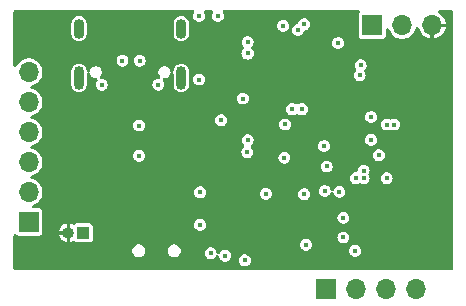
<source format=gbr>
%TF.GenerationSoftware,KiCad,Pcbnew,8.0.2-1*%
%TF.CreationDate,2024-06-20T09:38:11+09:00*%
%TF.ProjectId,eeg,6565672e-6b69-4636-9164-5f7063625858,rev?*%
%TF.SameCoordinates,Original*%
%TF.FileFunction,Copper,L5,Inr*%
%TF.FilePolarity,Positive*%
%FSLAX46Y46*%
G04 Gerber Fmt 4.6, Leading zero omitted, Abs format (unit mm)*
G04 Created by KiCad (PCBNEW 8.0.2-1) date 2024-06-20 09:38:11*
%MOMM*%
%LPD*%
G01*
G04 APERTURE LIST*
%TA.AperFunction,ComponentPad*%
%ADD10R,1.700000X1.700000*%
%TD*%
%TA.AperFunction,ComponentPad*%
%ADD11O,1.700000X1.700000*%
%TD*%
%TA.AperFunction,ComponentPad*%
%ADD12R,1.000000X1.000000*%
%TD*%
%TA.AperFunction,ComponentPad*%
%ADD13O,1.000000X1.000000*%
%TD*%
%TA.AperFunction,ComponentPad*%
%ADD14O,0.900000X2.000000*%
%TD*%
%TA.AperFunction,ComponentPad*%
%ADD15O,0.900000X1.700000*%
%TD*%
%TA.AperFunction,ViaPad*%
%ADD16C,0.400000*%
%TD*%
%TA.AperFunction,ViaPad*%
%ADD17C,0.450000*%
%TD*%
G04 APERTURE END LIST*
D10*
%TO.N,/DVDD*%
%TO.C,J2*%
X156300000Y-112600000D03*
D11*
%TO.N,/SWDIO*%
X158840000Y-112600000D03*
%TO.N,/SWDCLK*%
X161380000Y-112600000D03*
%TO.N,GND*%
X163920000Y-112600000D03*
%TD*%
D10*
%TO.N,/UART_RX*%
%TO.C,J1*%
X160175000Y-90300000D03*
D11*
%TO.N,/UART_TX*%
X162715000Y-90300000D03*
%TO.N,GND*%
X165255000Y-90300000D03*
%TD*%
D10*
%TO.N,/ads1299/1P*%
%TO.C,J4*%
X131100000Y-106950000D03*
D11*
%TO.N,/ads1299/2P*%
X131100000Y-104410000D03*
%TO.N,/ads1299/3P*%
X131100000Y-101870000D03*
%TO.N,/ads1299/4P*%
X131100000Y-99330000D03*
%TO.N,/ads1299/REF*%
X131100000Y-96790000D03*
%TO.N,/ads1299/BIAS*%
X131100000Y-94250000D03*
%TD*%
D12*
%TO.N,Net-(BT1-+)*%
%TO.C,BT1*%
X135720000Y-107870000D03*
D13*
%TO.N,GND*%
X134450000Y-107870000D03*
%TD*%
D14*
%TO.N,unconnected-(J3-SHIELD-PadS1)_0*%
%TO.C,J3*%
X135350000Y-94750000D03*
%TO.N,unconnected-(J3-SHIELD-PadS1)_2*%
X144000000Y-94750000D03*
D15*
%TO.N,unconnected-(J3-SHIELD-PadS1)*%
X135350000Y-90580000D03*
%TO.N,unconnected-(J3-SHIELD-PadS1)_1*%
X144000000Y-90580000D03*
%TD*%
D16*
%TO.N,VSSA*%
X146490000Y-109600000D03*
X149400000Y-110200000D03*
X149620000Y-91710000D03*
X152635696Y-90342662D03*
X154400000Y-90200000D03*
X140480000Y-93290000D03*
%TO.N,/DVDD*%
X152740000Y-101520000D03*
X147379996Y-98330000D03*
X157280000Y-91800000D03*
X159100000Y-94530000D03*
X145600000Y-104440000D03*
X158725000Y-109400000D03*
X156100000Y-100520000D03*
X157737500Y-108262500D03*
X157737500Y-106602500D03*
X156320000Y-102250000D03*
X159200000Y-93680000D03*
%TO.N,/USB-C/VBUS_IN*%
X142075000Y-95330000D03*
X137275000Y-95330000D03*
%TO.N,/nrf5340/VBUS_OUT*%
X140439996Y-98790000D03*
X152800000Y-98696802D03*
%TO.N,/AVDD*%
X153867724Y-90704383D03*
D17*
X153400000Y-97400000D03*
X149620000Y-92670000D03*
X154200000Y-97400000D03*
D16*
X147720000Y-109800000D03*
X139030000Y-93290000D03*
X145600000Y-107200000D03*
%TO.N,/power/CHG*%
X145525000Y-89500000D03*
X145520000Y-94890000D03*
%TO.N,/nrf5340/SDA*%
X151164124Y-104564124D03*
X159440000Y-103250000D03*
%TO.N,/power/PVDD*%
X149610000Y-101040000D03*
X149620000Y-100020000D03*
X147100000Y-89500000D03*
X149220000Y-96500000D03*
X140440000Y-101350000D03*
%TO.N,GND*%
X144400000Y-99400000D03*
X137520000Y-104400000D03*
X148000000Y-97000000D03*
X146560000Y-104440000D03*
X147430000Y-94260000D03*
X148600000Y-99060000D03*
X136700000Y-103800000D03*
X157737500Y-109222500D03*
X157200000Y-107600000D03*
X143800000Y-101400000D03*
X156160000Y-99610000D03*
X162040000Y-97400000D03*
X162040000Y-103900000D03*
X140100000Y-105200000D03*
X136475000Y-95330000D03*
X150000000Y-95510000D03*
X161390000Y-101300000D03*
X158890000Y-97300000D03*
X159200000Y-92720000D03*
X156320000Y-91800000D03*
X149000000Y-104000000D03*
X143330000Y-105440000D03*
X149650000Y-98070000D03*
X162300000Y-110000000D03*
X142875000Y-95330000D03*
X155000000Y-103750000D03*
X157739105Y-105644188D03*
X156100000Y-101480000D03*
X139030000Y-94250000D03*
X158400000Y-105000000D03*
X151800000Y-90200000D03*
X139608218Y-96298620D03*
X162040000Y-102600000D03*
X139479996Y-98790000D03*
X139480000Y-101350000D03*
X137500000Y-100800000D03*
X140480000Y-94250000D03*
X162040000Y-100650000D03*
X155591825Y-96335282D03*
X160060000Y-94530000D03*
X136800000Y-99200000D03*
X165000000Y-110000000D03*
%TO.N,/nrf5340/BMI270_CS*%
X154567628Y-108884698D03*
X161390000Y-103250000D03*
%TO.N,/ads1299/SCK*%
X154405823Y-104600498D03*
X160090000Y-100000000D03*
%TO.N,/ads1299/MISO*%
X160090000Y-98060000D03*
X156147102Y-104324650D03*
%TO.N,/ads1299/~{DRDY}*%
X161390000Y-98700000D03*
%TO.N,/ads1299/MOSI*%
X158790000Y-103250000D03*
%TO.N,/ads1299/~{ADS1299_CS}*%
X160740000Y-101300000D03*
%TO.N,/ads1299/START*%
X159440000Y-102600000D03*
%TO.N,/BMI270_INT1*%
X162040000Y-98700000D03*
X157400000Y-104400000D03*
%TD*%
%TA.AperFunction,Conductor*%
%TO.N,GND*%
G36*
X145046894Y-89019962D02*
G01*
X145101432Y-89074500D01*
X145121394Y-89149000D01*
X145103284Y-89216584D01*
X145104050Y-89216934D01*
X145101972Y-89221483D01*
X145101432Y-89223500D01*
X145099913Y-89225990D01*
X145039834Y-89357545D01*
X145019353Y-89499996D01*
X145019353Y-89500003D01*
X145039834Y-89642454D01*
X145039834Y-89642455D01*
X145039835Y-89642457D01*
X145099623Y-89773373D01*
X145193872Y-89882143D01*
X145314947Y-89959953D01*
X145453039Y-90000500D01*
X145453041Y-90000500D01*
X145596959Y-90000500D01*
X145596961Y-90000500D01*
X145735053Y-89959953D01*
X145856128Y-89882143D01*
X145950377Y-89773373D01*
X146010165Y-89642457D01*
X146022811Y-89554499D01*
X146030647Y-89500003D01*
X146030647Y-89499996D01*
X146013395Y-89380007D01*
X146010165Y-89357543D01*
X145950377Y-89226627D01*
X145950376Y-89226626D01*
X145945950Y-89216934D01*
X145947934Y-89216027D01*
X145928775Y-89156088D01*
X145945170Y-89080723D01*
X145997052Y-89023652D01*
X146070518Y-89000169D01*
X146077606Y-89000000D01*
X146547394Y-89000000D01*
X146621894Y-89019962D01*
X146676432Y-89074500D01*
X146696394Y-89149000D01*
X146678284Y-89216584D01*
X146679050Y-89216934D01*
X146676972Y-89221483D01*
X146676432Y-89223500D01*
X146674913Y-89225990D01*
X146614834Y-89357545D01*
X146594353Y-89499996D01*
X146594353Y-89500003D01*
X146614834Y-89642454D01*
X146614834Y-89642455D01*
X146614835Y-89642457D01*
X146674623Y-89773373D01*
X146768872Y-89882143D01*
X146889947Y-89959953D01*
X147028039Y-90000500D01*
X147028041Y-90000500D01*
X147171959Y-90000500D01*
X147171961Y-90000500D01*
X147310053Y-89959953D01*
X147431128Y-89882143D01*
X147525377Y-89773373D01*
X147585165Y-89642457D01*
X147597811Y-89554499D01*
X147605647Y-89500003D01*
X147605647Y-89499996D01*
X147588395Y-89380007D01*
X147585165Y-89357543D01*
X147525377Y-89226627D01*
X147525376Y-89226626D01*
X147520950Y-89216934D01*
X147522934Y-89216027D01*
X147503775Y-89156088D01*
X147520170Y-89080723D01*
X147572052Y-89023652D01*
X147645518Y-89000169D01*
X147652606Y-89000000D01*
X158990311Y-89000000D01*
X159064811Y-89019962D01*
X159119349Y-89074500D01*
X159139311Y-89149000D01*
X159119349Y-89223500D01*
X159095670Y-89254359D01*
X159072793Y-89277235D01*
X159027416Y-89380005D01*
X159027415Y-89380008D01*
X159027415Y-89380009D01*
X159024500Y-89405135D01*
X159024500Y-89405136D01*
X159024500Y-89405140D01*
X159024500Y-91194866D01*
X159027414Y-91219989D01*
X159027415Y-91219992D01*
X159072793Y-91322764D01*
X159072794Y-91322765D01*
X159152235Y-91402206D01*
X159255009Y-91447585D01*
X159280135Y-91450500D01*
X161069864Y-91450499D01*
X161069866Y-91450499D01*
X161082427Y-91449042D01*
X161094991Y-91447585D01*
X161197765Y-91402206D01*
X161277206Y-91322765D01*
X161322585Y-91219991D01*
X161325500Y-91194865D01*
X161325499Y-90688632D01*
X161345461Y-90614135D01*
X161399999Y-90559597D01*
X161474499Y-90539635D01*
X161548999Y-90559597D01*
X161603537Y-90614135D01*
X161617811Y-90647858D01*
X161637594Y-90717387D01*
X161732636Y-90908259D01*
X161835193Y-91044064D01*
X161861128Y-91078407D01*
X162016441Y-91219994D01*
X162018697Y-91222051D01*
X162018698Y-91222052D01*
X162199977Y-91334296D01*
X162199983Y-91334299D01*
X162214818Y-91340046D01*
X162398802Y-91411321D01*
X162608390Y-91450500D01*
X162608393Y-91450500D01*
X162821607Y-91450500D01*
X162821610Y-91450500D01*
X163031198Y-91411321D01*
X163230019Y-91334298D01*
X163411302Y-91222052D01*
X163568872Y-91078407D01*
X163697366Y-90908255D01*
X163792405Y-90717389D01*
X163841948Y-90543263D01*
X163881536Y-90477072D01*
X163948917Y-90439541D01*
X164026036Y-90440729D01*
X164092229Y-90480317D01*
X164128572Y-90543265D01*
X164178062Y-90717204D01*
X164273064Y-90907996D01*
X164401498Y-91078068D01*
X164558999Y-91221650D01*
X164740206Y-91333848D01*
X164740209Y-91333850D01*
X164938933Y-91410836D01*
X164938940Y-91410838D01*
X165104999Y-91441879D01*
X165105000Y-91441879D01*
X165105000Y-90777445D01*
X165189174Y-90800000D01*
X165320826Y-90800000D01*
X165405000Y-90777445D01*
X165405000Y-91441879D01*
X165571059Y-91410838D01*
X165571066Y-91410836D01*
X165769790Y-91333850D01*
X165769793Y-91333848D01*
X165951000Y-91221650D01*
X166108501Y-91078068D01*
X166236935Y-90907996D01*
X166331937Y-90717204D01*
X166390261Y-90512217D01*
X166396026Y-90450000D01*
X165732445Y-90450000D01*
X165755000Y-90365826D01*
X165755000Y-90234174D01*
X165732445Y-90150000D01*
X166396026Y-90150000D01*
X166390261Y-90087782D01*
X166331937Y-89882795D01*
X166236935Y-89692003D01*
X166108501Y-89521931D01*
X165951000Y-89378349D01*
X165785187Y-89275683D01*
X165732354Y-89219491D01*
X165714696Y-89144412D01*
X165736942Y-89070562D01*
X165793134Y-89017729D01*
X165863625Y-89000000D01*
X166851000Y-89000000D01*
X166925500Y-89019962D01*
X166980038Y-89074500D01*
X167000000Y-89149000D01*
X167000000Y-110851000D01*
X166980038Y-110925500D01*
X166925500Y-110980038D01*
X166851000Y-111000000D01*
X129949000Y-111000000D01*
X129874500Y-110980038D01*
X129819962Y-110925500D01*
X129800000Y-110851000D01*
X129800000Y-109328247D01*
X139855000Y-109328247D01*
X139855000Y-109328249D01*
X139855000Y-109471751D01*
X139892141Y-109610362D01*
X139963891Y-109734638D01*
X140065362Y-109836109D01*
X140189638Y-109907859D01*
X140328249Y-109945000D01*
X140471751Y-109945000D01*
X140610362Y-109907859D01*
X140734638Y-109836109D01*
X140836109Y-109734638D01*
X140907859Y-109610362D01*
X140945000Y-109471751D01*
X140945000Y-109328249D01*
X140944999Y-109328247D01*
X142852200Y-109328247D01*
X142852200Y-109328249D01*
X142852200Y-109471751D01*
X142889341Y-109610362D01*
X142961091Y-109734638D01*
X143062562Y-109836109D01*
X143186838Y-109907859D01*
X143325449Y-109945000D01*
X143468951Y-109945000D01*
X143607562Y-109907859D01*
X143731838Y-109836109D01*
X143833309Y-109734638D01*
X143905059Y-109610362D01*
X143907837Y-109599996D01*
X145984353Y-109599996D01*
X145984353Y-109600003D01*
X146004834Y-109742454D01*
X146004834Y-109742455D01*
X146004835Y-109742457D01*
X146039270Y-109817859D01*
X146058596Y-109860177D01*
X146064623Y-109873373D01*
X146158872Y-109982143D01*
X146279947Y-110059953D01*
X146418039Y-110100500D01*
X146418041Y-110100500D01*
X146561959Y-110100500D01*
X146561961Y-110100500D01*
X146700053Y-110059953D01*
X146821128Y-109982143D01*
X146915377Y-109873373D01*
X146939987Y-109819483D01*
X146989092Y-109760012D01*
X147061357Y-109733058D01*
X147137417Y-109745847D01*
X147196892Y-109794954D01*
X147223004Y-109860177D01*
X147234834Y-109942454D01*
X147234834Y-109942455D01*
X147234835Y-109942457D01*
X147252958Y-109982140D01*
X147287394Y-110057545D01*
X147294623Y-110073373D01*
X147388872Y-110182143D01*
X147509947Y-110259953D01*
X147648039Y-110300500D01*
X147648041Y-110300500D01*
X147791959Y-110300500D01*
X147791961Y-110300500D01*
X147930053Y-110259953D01*
X148023348Y-110199996D01*
X148894353Y-110199996D01*
X148894353Y-110200003D01*
X148914834Y-110342454D01*
X148914834Y-110342455D01*
X148914835Y-110342457D01*
X148974623Y-110473373D01*
X149068872Y-110582143D01*
X149189947Y-110659953D01*
X149328039Y-110700500D01*
X149328041Y-110700500D01*
X149471959Y-110700500D01*
X149471961Y-110700500D01*
X149610053Y-110659953D01*
X149731128Y-110582143D01*
X149825377Y-110473373D01*
X149885165Y-110342457D01*
X149905647Y-110200000D01*
X149905647Y-110199996D01*
X149887441Y-110073371D01*
X149885165Y-110057543D01*
X149825377Y-109926627D01*
X149731128Y-109817857D01*
X149731127Y-109817856D01*
X149695490Y-109794954D01*
X149610053Y-109740047D01*
X149610050Y-109740046D01*
X149471967Y-109699501D01*
X149471962Y-109699500D01*
X149471961Y-109699500D01*
X149328039Y-109699500D01*
X149328037Y-109699500D01*
X149328032Y-109699501D01*
X149189949Y-109740046D01*
X149068872Y-109817856D01*
X149068870Y-109817859D01*
X148974622Y-109926628D01*
X148914834Y-110057545D01*
X148894353Y-110199996D01*
X148023348Y-110199996D01*
X148051128Y-110182143D01*
X148145377Y-110073373D01*
X148205165Y-109942457D01*
X148217027Y-109859953D01*
X148225647Y-109800003D01*
X148225647Y-109799996D01*
X148205165Y-109657545D01*
X148205165Y-109657543D01*
X148145377Y-109526627D01*
X148051128Y-109417857D01*
X148051127Y-109417856D01*
X148023336Y-109399996D01*
X158219353Y-109399996D01*
X158219353Y-109400003D01*
X158239834Y-109542454D01*
X158239834Y-109542455D01*
X158239835Y-109542457D01*
X158270847Y-109610362D01*
X158292394Y-109657545D01*
X158299623Y-109673373D01*
X158393872Y-109782143D01*
X158514947Y-109859953D01*
X158653039Y-109900500D01*
X158653041Y-109900500D01*
X158796959Y-109900500D01*
X158796961Y-109900500D01*
X158935053Y-109859953D01*
X159056128Y-109782143D01*
X159150377Y-109673373D01*
X159210165Y-109542457D01*
X159222374Y-109457543D01*
X159230647Y-109400003D01*
X159230647Y-109399996D01*
X159210165Y-109257545D01*
X159210165Y-109257543D01*
X159150377Y-109126627D01*
X159056128Y-109017857D01*
X159056127Y-109017856D01*
X159022465Y-108996223D01*
X158935053Y-108940047D01*
X158935050Y-108940046D01*
X158796967Y-108899501D01*
X158796962Y-108899500D01*
X158796961Y-108899500D01*
X158653039Y-108899500D01*
X158653037Y-108899500D01*
X158653032Y-108899501D01*
X158514949Y-108940046D01*
X158393872Y-109017856D01*
X158393870Y-109017859D01*
X158299622Y-109126628D01*
X158239834Y-109257545D01*
X158219353Y-109399996D01*
X148023336Y-109399996D01*
X148000306Y-109385196D01*
X147930053Y-109340047D01*
X147930050Y-109340046D01*
X147791967Y-109299501D01*
X147791962Y-109299500D01*
X147791961Y-109299500D01*
X147648039Y-109299500D01*
X147648037Y-109299500D01*
X147648032Y-109299501D01*
X147509949Y-109340046D01*
X147388872Y-109417856D01*
X147388870Y-109417859D01*
X147294621Y-109526629D01*
X147270012Y-109580515D01*
X147220905Y-109639989D01*
X147148639Y-109666941D01*
X147072579Y-109654150D01*
X147013105Y-109605043D01*
X146986995Y-109539820D01*
X146975166Y-109457545D01*
X146923608Y-109344651D01*
X146915377Y-109326627D01*
X146821128Y-109217857D01*
X146821127Y-109217856D01*
X146777215Y-109189636D01*
X146700053Y-109140047D01*
X146700050Y-109140046D01*
X146561967Y-109099501D01*
X146561962Y-109099500D01*
X146561961Y-109099500D01*
X146418039Y-109099500D01*
X146418037Y-109099500D01*
X146418032Y-109099501D01*
X146279949Y-109140046D01*
X146158872Y-109217856D01*
X146158870Y-109217859D01*
X146064622Y-109326628D01*
X146004834Y-109457545D01*
X145984353Y-109599996D01*
X143907837Y-109599996D01*
X143942200Y-109471751D01*
X143942200Y-109328249D01*
X143905059Y-109189638D01*
X143833309Y-109065362D01*
X143731838Y-108963891D01*
X143607562Y-108892141D01*
X143579770Y-108884694D01*
X154061981Y-108884694D01*
X154061981Y-108884701D01*
X154082462Y-109027152D01*
X154082462Y-109027153D01*
X154082463Y-109027155D01*
X154142251Y-109158071D01*
X154236500Y-109266841D01*
X154357575Y-109344651D01*
X154495667Y-109385198D01*
X154495669Y-109385198D01*
X154639587Y-109385198D01*
X154639589Y-109385198D01*
X154777681Y-109344651D01*
X154898756Y-109266841D01*
X154993005Y-109158071D01*
X155052793Y-109027155D01*
X155073275Y-108884698D01*
X155073275Y-108884694D01*
X155059620Y-108789726D01*
X155052793Y-108742241D01*
X154993005Y-108611325D01*
X154898756Y-108502555D01*
X154898755Y-108502554D01*
X154865093Y-108480921D01*
X154777681Y-108424745D01*
X154777678Y-108424744D01*
X154639595Y-108384199D01*
X154639590Y-108384198D01*
X154639589Y-108384198D01*
X154495667Y-108384198D01*
X154495665Y-108384198D01*
X154495660Y-108384199D01*
X154357577Y-108424744D01*
X154236500Y-108502554D01*
X154236498Y-108502557D01*
X154142250Y-108611326D01*
X154082462Y-108742243D01*
X154061981Y-108884694D01*
X143579770Y-108884694D01*
X143468951Y-108855000D01*
X143325449Y-108855000D01*
X143186838Y-108892141D01*
X143186836Y-108892141D01*
X143186836Y-108892142D01*
X143062561Y-108963891D01*
X142961091Y-109065361D01*
X142889342Y-109189636D01*
X142852200Y-109328247D01*
X140944999Y-109328247D01*
X140907859Y-109189638D01*
X140836109Y-109065362D01*
X140734638Y-108963891D01*
X140610362Y-108892141D01*
X140471751Y-108855000D01*
X140328249Y-108855000D01*
X140189638Y-108892141D01*
X140189636Y-108892141D01*
X140189636Y-108892142D01*
X140065361Y-108963891D01*
X139963891Y-109065361D01*
X139892142Y-109189636D01*
X139855000Y-109328247D01*
X129800000Y-109328247D01*
X129800000Y-108134689D01*
X129819962Y-108060189D01*
X129874500Y-108005651D01*
X129949000Y-107985689D01*
X130023500Y-108005651D01*
X130054359Y-108029330D01*
X130077235Y-108052206D01*
X130180009Y-108097585D01*
X130205135Y-108100500D01*
X131994864Y-108100499D01*
X131994866Y-108100499D01*
X132007427Y-108099042D01*
X132019991Y-108097585D01*
X132122765Y-108052206D01*
X132202206Y-107972765D01*
X132247585Y-107869991D01*
X132250500Y-107844865D01*
X132250500Y-107720000D01*
X133661839Y-107720000D01*
X134161326Y-107720000D01*
X134147149Y-107744555D01*
X134125000Y-107827213D01*
X134125000Y-107912787D01*
X134147149Y-107995445D01*
X134161326Y-108020000D01*
X133661839Y-108020000D01*
X133665123Y-108049142D01*
X133724664Y-108219302D01*
X133820577Y-108371948D01*
X133948051Y-108499422D01*
X134100697Y-108595335D01*
X134270855Y-108654876D01*
X134300000Y-108658159D01*
X134300000Y-108158674D01*
X134324555Y-108172851D01*
X134407213Y-108195000D01*
X134492787Y-108195000D01*
X134575445Y-108172851D01*
X134600000Y-108158674D01*
X134600000Y-108658159D01*
X134629143Y-108654876D01*
X134629144Y-108654876D01*
X134799304Y-108595335D01*
X134834446Y-108573253D01*
X134908147Y-108550516D01*
X134983342Y-108567677D01*
X135019082Y-108594053D01*
X135047235Y-108622206D01*
X135150009Y-108667585D01*
X135175135Y-108670500D01*
X136264864Y-108670499D01*
X136264866Y-108670499D01*
X136277427Y-108669042D01*
X136289991Y-108667585D01*
X136392765Y-108622206D01*
X136472206Y-108542765D01*
X136517585Y-108439991D01*
X136520500Y-108414865D01*
X136520500Y-108262496D01*
X157231853Y-108262496D01*
X157231853Y-108262503D01*
X157252334Y-108404954D01*
X157252334Y-108404955D01*
X157252335Y-108404957D01*
X157312123Y-108535873D01*
X157406372Y-108644643D01*
X157527447Y-108722453D01*
X157665539Y-108763000D01*
X157665541Y-108763000D01*
X157809459Y-108763000D01*
X157809461Y-108763000D01*
X157947553Y-108722453D01*
X158068628Y-108644643D01*
X158162877Y-108535873D01*
X158222665Y-108404957D01*
X158243147Y-108262500D01*
X158243147Y-108262496D01*
X158222665Y-108120045D01*
X158222665Y-108120043D01*
X158162877Y-107989127D01*
X158068628Y-107880357D01*
X158068627Y-107880356D01*
X158013401Y-107844865D01*
X157947553Y-107802547D01*
X157947550Y-107802546D01*
X157809467Y-107762001D01*
X157809462Y-107762000D01*
X157809461Y-107762000D01*
X157665539Y-107762000D01*
X157665537Y-107762000D01*
X157665532Y-107762001D01*
X157527449Y-107802546D01*
X157406372Y-107880356D01*
X157406370Y-107880359D01*
X157312122Y-107989128D01*
X157252334Y-108120045D01*
X157231853Y-108262496D01*
X136520500Y-108262496D01*
X136520499Y-107325136D01*
X136517585Y-107300009D01*
X136473425Y-107199996D01*
X145094353Y-107199996D01*
X145094353Y-107200003D01*
X145114834Y-107342454D01*
X145114834Y-107342455D01*
X145114835Y-107342457D01*
X145174623Y-107473373D01*
X145268872Y-107582143D01*
X145389947Y-107659953D01*
X145528039Y-107700500D01*
X145528041Y-107700500D01*
X145671959Y-107700500D01*
X145671961Y-107700500D01*
X145810053Y-107659953D01*
X145931128Y-107582143D01*
X146025377Y-107473373D01*
X146085165Y-107342457D01*
X146105647Y-107200000D01*
X146105647Y-107199996D01*
X146085165Y-107057545D01*
X146085165Y-107057543D01*
X146025377Y-106926627D01*
X145931128Y-106817857D01*
X145931127Y-106817856D01*
X145897465Y-106796223D01*
X145810053Y-106740047D01*
X145810050Y-106740046D01*
X145671967Y-106699501D01*
X145671962Y-106699500D01*
X145671961Y-106699500D01*
X145528039Y-106699500D01*
X145528037Y-106699500D01*
X145528032Y-106699501D01*
X145389949Y-106740046D01*
X145268872Y-106817856D01*
X145268870Y-106817859D01*
X145174622Y-106926628D01*
X145114834Y-107057545D01*
X145094353Y-107199996D01*
X136473425Y-107199996D01*
X136472206Y-107197235D01*
X136392765Y-107117794D01*
X136392764Y-107117793D01*
X136289994Y-107072416D01*
X136289991Y-107072415D01*
X136289982Y-107072414D01*
X136264865Y-107069500D01*
X136264859Y-107069500D01*
X135175133Y-107069500D01*
X135150010Y-107072414D01*
X135150007Y-107072415D01*
X135047234Y-107117793D01*
X135019082Y-107145946D01*
X134952286Y-107184509D01*
X134875158Y-107184508D01*
X134834453Y-107166749D01*
X134799309Y-107144667D01*
X134799303Y-107144664D01*
X134629142Y-107085123D01*
X134600000Y-107081839D01*
X134600000Y-107581325D01*
X134575445Y-107567149D01*
X134492787Y-107545000D01*
X134407213Y-107545000D01*
X134324555Y-107567149D01*
X134300000Y-107581325D01*
X134300000Y-107081839D01*
X134270857Y-107085123D01*
X134100697Y-107144664D01*
X133948051Y-107240577D01*
X133948051Y-107240578D01*
X133820578Y-107368051D01*
X133820577Y-107368051D01*
X133724664Y-107520697D01*
X133665123Y-107690857D01*
X133661839Y-107720000D01*
X132250500Y-107720000D01*
X132250499Y-106602496D01*
X157231853Y-106602496D01*
X157231853Y-106602503D01*
X157252334Y-106744954D01*
X157252334Y-106744955D01*
X157252335Y-106744957D01*
X157312123Y-106875873D01*
X157406372Y-106984643D01*
X157527447Y-107062453D01*
X157665539Y-107103000D01*
X157665541Y-107103000D01*
X157809459Y-107103000D01*
X157809461Y-107103000D01*
X157947553Y-107062453D01*
X158068628Y-106984643D01*
X158162877Y-106875873D01*
X158222665Y-106744957D01*
X158243147Y-106602500D01*
X158243147Y-106602496D01*
X158222665Y-106460045D01*
X158222665Y-106460043D01*
X158162877Y-106329127D01*
X158068628Y-106220357D01*
X158068627Y-106220356D01*
X158034965Y-106198723D01*
X157947553Y-106142547D01*
X157947550Y-106142546D01*
X157809467Y-106102001D01*
X157809462Y-106102000D01*
X157809461Y-106102000D01*
X157665539Y-106102000D01*
X157665537Y-106102000D01*
X157665532Y-106102001D01*
X157527449Y-106142546D01*
X157406372Y-106220356D01*
X157406370Y-106220359D01*
X157312122Y-106329128D01*
X157252334Y-106460045D01*
X157231853Y-106602496D01*
X132250499Y-106602496D01*
X132250499Y-106055136D01*
X132247585Y-106030009D01*
X132202206Y-105927235D01*
X132122765Y-105847794D01*
X132122764Y-105847793D01*
X132019994Y-105802416D01*
X132019991Y-105802415D01*
X132019982Y-105802414D01*
X131994865Y-105799500D01*
X131994859Y-105799500D01*
X131495214Y-105799500D01*
X131420714Y-105779538D01*
X131366176Y-105725000D01*
X131346214Y-105650500D01*
X131366176Y-105576000D01*
X131420714Y-105521462D01*
X131441382Y-105511564D01*
X131615019Y-105444298D01*
X131796302Y-105332052D01*
X131953872Y-105188407D01*
X132082366Y-105018255D01*
X132177405Y-104827389D01*
X132235756Y-104622310D01*
X132249299Y-104476156D01*
X132252650Y-104439996D01*
X145094353Y-104439996D01*
X145094353Y-104440003D01*
X145114834Y-104582454D01*
X145114834Y-104582455D01*
X145114835Y-104582457D01*
X145174623Y-104713373D01*
X145268872Y-104822143D01*
X145389947Y-104899953D01*
X145528039Y-104940500D01*
X145528041Y-104940500D01*
X145671959Y-104940500D01*
X145671961Y-104940500D01*
X145810053Y-104899953D01*
X145931128Y-104822143D01*
X146025377Y-104713373D01*
X146085165Y-104582457D01*
X146087801Y-104564120D01*
X150658477Y-104564120D01*
X150658477Y-104564127D01*
X150678958Y-104706578D01*
X150678958Y-104706579D01*
X150678959Y-104706581D01*
X150738747Y-104837497D01*
X150832996Y-104946267D01*
X150954071Y-105024077D01*
X151092163Y-105064624D01*
X151092165Y-105064624D01*
X151236083Y-105064624D01*
X151236085Y-105064624D01*
X151374177Y-105024077D01*
X151495252Y-104946267D01*
X151589501Y-104837497D01*
X151649289Y-104706581D01*
X151664542Y-104600494D01*
X153900176Y-104600494D01*
X153900176Y-104600501D01*
X153920657Y-104742952D01*
X153920657Y-104742953D01*
X153920658Y-104742955D01*
X153980446Y-104873871D01*
X154074695Y-104982641D01*
X154195770Y-105060451D01*
X154333862Y-105100998D01*
X154333864Y-105100998D01*
X154477782Y-105100998D01*
X154477784Y-105100998D01*
X154615876Y-105060451D01*
X154736951Y-104982641D01*
X154831200Y-104873871D01*
X154890988Y-104742955D01*
X154911470Y-104600498D01*
X154911470Y-104600494D01*
X154897815Y-104505526D01*
X154890988Y-104458041D01*
X154831200Y-104327125D01*
X154829052Y-104324646D01*
X155641455Y-104324646D01*
X155641455Y-104324653D01*
X155661936Y-104467104D01*
X155661936Y-104467105D01*
X155661937Y-104467107D01*
X155721725Y-104598023D01*
X155815974Y-104706793D01*
X155937049Y-104784603D01*
X156075141Y-104825150D01*
X156075143Y-104825150D01*
X156219061Y-104825150D01*
X156219063Y-104825150D01*
X156357155Y-104784603D01*
X156478230Y-104706793D01*
X156572479Y-104598023D01*
X156628134Y-104476154D01*
X156677241Y-104416681D01*
X156749506Y-104389728D01*
X156825566Y-104402518D01*
X156885041Y-104451625D01*
X156911152Y-104516846D01*
X156914834Y-104542455D01*
X156940211Y-104598021D01*
X156974623Y-104673373D01*
X157068872Y-104782143D01*
X157189947Y-104859953D01*
X157328039Y-104900500D01*
X157328041Y-104900500D01*
X157471959Y-104900500D01*
X157471961Y-104900500D01*
X157610053Y-104859953D01*
X157731128Y-104782143D01*
X157825377Y-104673373D01*
X157885165Y-104542457D01*
X157898225Y-104451625D01*
X157905647Y-104400003D01*
X157905647Y-104399996D01*
X157889940Y-104290752D01*
X157885165Y-104257543D01*
X157825377Y-104126627D01*
X157731128Y-104017857D01*
X157731127Y-104017856D01*
X157672294Y-103980047D01*
X157610053Y-103940047D01*
X157610050Y-103940046D01*
X157471967Y-103899501D01*
X157471962Y-103899500D01*
X157471961Y-103899500D01*
X157328039Y-103899500D01*
X157328037Y-103899500D01*
X157328032Y-103899501D01*
X157189949Y-103940046D01*
X157189947Y-103940046D01*
X157189947Y-103940047D01*
X157186116Y-103942509D01*
X157068872Y-104017856D01*
X157068870Y-104017859D01*
X156974622Y-104126628D01*
X156918967Y-104248494D01*
X156869859Y-104307969D01*
X156797594Y-104334921D01*
X156721534Y-104322131D01*
X156662059Y-104273023D01*
X156635948Y-104207801D01*
X156632267Y-104182193D01*
X156572479Y-104051277D01*
X156478230Y-103942507D01*
X156478229Y-103942506D01*
X156411311Y-103899501D01*
X156357155Y-103864697D01*
X156357152Y-103864696D01*
X156219069Y-103824151D01*
X156219064Y-103824150D01*
X156219063Y-103824150D01*
X156075141Y-103824150D01*
X156075139Y-103824150D01*
X156075134Y-103824151D01*
X155937051Y-103864696D01*
X155815974Y-103942506D01*
X155815972Y-103942509D01*
X155721724Y-104051278D01*
X155661936Y-104182195D01*
X155641455Y-104324646D01*
X154829052Y-104324646D01*
X154736951Y-104218355D01*
X154736950Y-104218354D01*
X154703288Y-104196721D01*
X154615876Y-104140545D01*
X154615873Y-104140544D01*
X154477790Y-104099999D01*
X154477785Y-104099998D01*
X154477784Y-104099998D01*
X154333862Y-104099998D01*
X154333860Y-104099998D01*
X154333855Y-104099999D01*
X154195772Y-104140544D01*
X154074695Y-104218354D01*
X154074693Y-104218357D01*
X153980445Y-104327126D01*
X153920657Y-104458043D01*
X153900176Y-104600494D01*
X151664542Y-104600494D01*
X151664897Y-104598023D01*
X151669771Y-104564127D01*
X151669771Y-104564120D01*
X151649289Y-104421669D01*
X151649289Y-104421667D01*
X151589501Y-104290751D01*
X151495252Y-104181981D01*
X151495251Y-104181980D01*
X151430776Y-104140545D01*
X151374177Y-104104171D01*
X151374174Y-104104170D01*
X151236091Y-104063625D01*
X151236086Y-104063624D01*
X151236085Y-104063624D01*
X151092163Y-104063624D01*
X151092161Y-104063624D01*
X151092156Y-104063625D01*
X150954073Y-104104170D01*
X150832996Y-104181980D01*
X150832994Y-104181983D01*
X150738746Y-104290752D01*
X150678958Y-104421669D01*
X150658477Y-104564120D01*
X146087801Y-104564120D01*
X146105647Y-104440000D01*
X146105647Y-104439996D01*
X146085165Y-104297545D01*
X146085165Y-104297543D01*
X146025377Y-104166627D01*
X145931128Y-104057857D01*
X145931127Y-104057856D01*
X145897465Y-104036223D01*
X145810053Y-103980047D01*
X145810050Y-103980046D01*
X145671967Y-103939501D01*
X145671962Y-103939500D01*
X145671961Y-103939500D01*
X145528039Y-103939500D01*
X145528037Y-103939500D01*
X145528032Y-103939501D01*
X145389949Y-103980046D01*
X145389947Y-103980046D01*
X145389947Y-103980047D01*
X145370392Y-103992614D01*
X145268872Y-104057856D01*
X145268870Y-104057859D01*
X145174622Y-104166628D01*
X145114834Y-104297545D01*
X145094353Y-104439996D01*
X132252650Y-104439996D01*
X132255429Y-104410004D01*
X132255429Y-104409995D01*
X132241302Y-104257543D01*
X132235756Y-104197690D01*
X132177405Y-103992611D01*
X132082366Y-103801745D01*
X132082363Y-103801741D01*
X132082363Y-103801740D01*
X131953872Y-103631593D01*
X131796302Y-103487948D01*
X131796301Y-103487947D01*
X131615022Y-103375703D01*
X131615016Y-103375700D01*
X131416204Y-103298681D01*
X131416200Y-103298680D01*
X131416198Y-103298679D01*
X131350846Y-103286462D01*
X131281284Y-103253151D01*
X131279123Y-103249996D01*
X158284353Y-103249996D01*
X158284353Y-103250003D01*
X158304834Y-103392454D01*
X158304834Y-103392455D01*
X158304835Y-103392457D01*
X158364623Y-103523373D01*
X158458872Y-103632143D01*
X158579947Y-103709953D01*
X158718039Y-103750500D01*
X158718041Y-103750500D01*
X158861959Y-103750500D01*
X158861961Y-103750500D01*
X159000053Y-103709953D01*
X159034447Y-103687848D01*
X159107910Y-103664366D01*
X159183275Y-103680760D01*
X159195537Y-103687839D01*
X159229947Y-103709953D01*
X159368039Y-103750500D01*
X159368041Y-103750500D01*
X159511959Y-103750500D01*
X159511961Y-103750500D01*
X159650053Y-103709953D01*
X159771128Y-103632143D01*
X159865377Y-103523373D01*
X159925165Y-103392457D01*
X159938648Y-103298679D01*
X159945647Y-103250003D01*
X159945647Y-103249996D01*
X160884353Y-103249996D01*
X160884353Y-103250003D01*
X160904834Y-103392454D01*
X160904834Y-103392455D01*
X160904835Y-103392457D01*
X160964623Y-103523373D01*
X161058872Y-103632143D01*
X161179947Y-103709953D01*
X161318039Y-103750500D01*
X161318041Y-103750500D01*
X161461959Y-103750500D01*
X161461961Y-103750500D01*
X161600053Y-103709953D01*
X161721128Y-103632143D01*
X161815377Y-103523373D01*
X161875165Y-103392457D01*
X161888648Y-103298679D01*
X161895647Y-103250003D01*
X161895647Y-103249996D01*
X161875165Y-103107545D01*
X161875165Y-103107543D01*
X161815377Y-102976627D01*
X161721128Y-102867857D01*
X161721127Y-102867856D01*
X161687465Y-102846223D01*
X161600053Y-102790047D01*
X161600050Y-102790046D01*
X161461967Y-102749501D01*
X161461962Y-102749500D01*
X161461961Y-102749500D01*
X161318039Y-102749500D01*
X161318037Y-102749500D01*
X161318032Y-102749501D01*
X161179949Y-102790046D01*
X161179947Y-102790046D01*
X161179947Y-102790047D01*
X161153071Y-102807318D01*
X161058872Y-102867856D01*
X161058870Y-102867859D01*
X160964622Y-102976628D01*
X160904834Y-103107545D01*
X160884353Y-103249996D01*
X159945647Y-103249996D01*
X159925165Y-103107545D01*
X159925165Y-103107543D01*
X159870066Y-102986895D01*
X159857277Y-102910838D01*
X159870066Y-102863105D01*
X159925165Y-102742457D01*
X159941026Y-102632140D01*
X159945647Y-102600003D01*
X159945647Y-102599996D01*
X159925165Y-102457545D01*
X159925165Y-102457543D01*
X159865377Y-102326627D01*
X159771128Y-102217857D01*
X159771127Y-102217856D01*
X159737465Y-102196223D01*
X159650053Y-102140047D01*
X159650050Y-102140046D01*
X159511967Y-102099501D01*
X159511962Y-102099500D01*
X159511961Y-102099500D01*
X159368039Y-102099500D01*
X159368037Y-102099500D01*
X159368032Y-102099501D01*
X159229949Y-102140046D01*
X159108872Y-102217856D01*
X159108870Y-102217859D01*
X159014622Y-102326628D01*
X158954834Y-102457545D01*
X158934353Y-102599996D01*
X158934353Y-102600500D01*
X158934196Y-102601082D01*
X158932836Y-102610548D01*
X158931704Y-102610385D01*
X158914391Y-102675000D01*
X158859853Y-102729538D01*
X158785353Y-102749500D01*
X158718039Y-102749500D01*
X158718037Y-102749500D01*
X158718032Y-102749501D01*
X158579949Y-102790046D01*
X158579947Y-102790046D01*
X158579947Y-102790047D01*
X158553071Y-102807318D01*
X158458872Y-102867856D01*
X158458870Y-102867859D01*
X158364622Y-102976628D01*
X158304834Y-103107545D01*
X158284353Y-103249996D01*
X131279123Y-103249996D01*
X131237696Y-103189521D01*
X131231763Y-103112621D01*
X131265075Y-103043058D01*
X131328705Y-102999470D01*
X131350843Y-102993537D01*
X131416198Y-102981321D01*
X131615019Y-102904298D01*
X131796302Y-102792052D01*
X131953872Y-102648407D01*
X132082366Y-102478255D01*
X132177405Y-102287389D01*
X132188044Y-102249996D01*
X155814353Y-102249996D01*
X155814353Y-102250003D01*
X155834834Y-102392454D01*
X155834834Y-102392455D01*
X155834835Y-102392457D01*
X155894623Y-102523373D01*
X155988872Y-102632143D01*
X156109947Y-102709953D01*
X156248039Y-102750500D01*
X156248041Y-102750500D01*
X156391959Y-102750500D01*
X156391961Y-102750500D01*
X156530053Y-102709953D01*
X156651128Y-102632143D01*
X156745377Y-102523373D01*
X156805165Y-102392457D01*
X156815406Y-102321228D01*
X156825647Y-102250003D01*
X156825647Y-102249996D01*
X156805165Y-102107545D01*
X156805165Y-102107543D01*
X156745377Y-101976627D01*
X156651128Y-101867857D01*
X156651127Y-101867856D01*
X156617465Y-101846223D01*
X156530053Y-101790047D01*
X156530050Y-101790046D01*
X156391967Y-101749501D01*
X156391962Y-101749500D01*
X156391961Y-101749500D01*
X156248039Y-101749500D01*
X156248037Y-101749500D01*
X156248032Y-101749501D01*
X156109949Y-101790046D01*
X155988872Y-101867856D01*
X155988870Y-101867859D01*
X155894622Y-101976628D01*
X155834834Y-102107545D01*
X155814353Y-102249996D01*
X132188044Y-102249996D01*
X132235756Y-102082310D01*
X132255429Y-101870000D01*
X132255230Y-101867857D01*
X132238022Y-101682143D01*
X132235756Y-101657690D01*
X132177405Y-101452611D01*
X132126309Y-101349996D01*
X139934353Y-101349996D01*
X139934353Y-101350003D01*
X139954834Y-101492454D01*
X139954834Y-101492455D01*
X139954835Y-101492457D01*
X140014623Y-101623373D01*
X140108872Y-101732143D01*
X140229947Y-101809953D01*
X140368039Y-101850500D01*
X140368041Y-101850500D01*
X140511959Y-101850500D01*
X140511961Y-101850500D01*
X140650053Y-101809953D01*
X140771128Y-101732143D01*
X140865377Y-101623373D01*
X140925165Y-101492457D01*
X140938529Y-101399510D01*
X140945647Y-101350003D01*
X140945647Y-101349996D01*
X140931992Y-101255028D01*
X140925165Y-101207543D01*
X140865377Y-101076627D01*
X140833636Y-101039996D01*
X149104353Y-101039996D01*
X149104353Y-101040003D01*
X149124834Y-101182454D01*
X149124834Y-101182455D01*
X149124835Y-101182457D01*
X149184623Y-101313373D01*
X149278872Y-101422143D01*
X149399947Y-101499953D01*
X149538039Y-101540500D01*
X149538041Y-101540500D01*
X149681959Y-101540500D01*
X149681961Y-101540500D01*
X149751792Y-101519996D01*
X152234353Y-101519996D01*
X152234353Y-101520003D01*
X152254834Y-101662454D01*
X152254834Y-101662455D01*
X152254835Y-101662457D01*
X152314623Y-101793373D01*
X152408872Y-101902143D01*
X152529947Y-101979953D01*
X152668039Y-102020500D01*
X152668041Y-102020500D01*
X152811959Y-102020500D01*
X152811961Y-102020500D01*
X152950053Y-101979953D01*
X153071128Y-101902143D01*
X153165377Y-101793373D01*
X153225165Y-101662457D01*
X153237973Y-101573373D01*
X153245647Y-101520003D01*
X153245647Y-101519996D01*
X153228323Y-101399510D01*
X153225165Y-101377543D01*
X153189750Y-101299996D01*
X160234353Y-101299996D01*
X160234353Y-101300003D01*
X160254834Y-101442454D01*
X160254834Y-101442455D01*
X160254835Y-101442457D01*
X160314623Y-101573373D01*
X160408872Y-101682143D01*
X160529947Y-101759953D01*
X160668039Y-101800500D01*
X160668041Y-101800500D01*
X160811959Y-101800500D01*
X160811961Y-101800500D01*
X160950053Y-101759953D01*
X161071128Y-101682143D01*
X161165377Y-101573373D01*
X161225165Y-101442457D01*
X161238459Y-101349996D01*
X161245647Y-101300003D01*
X161245647Y-101299996D01*
X161228747Y-101182457D01*
X161225165Y-101157543D01*
X161165377Y-101026627D01*
X161071128Y-100917857D01*
X161071127Y-100917856D01*
X161027853Y-100890046D01*
X160950053Y-100840047D01*
X160935259Y-100835703D01*
X160811967Y-100799501D01*
X160811962Y-100799500D01*
X160811961Y-100799500D01*
X160668039Y-100799500D01*
X160668037Y-100799500D01*
X160668032Y-100799501D01*
X160529949Y-100840046D01*
X160408872Y-100917856D01*
X160408870Y-100917859D01*
X160314622Y-101026628D01*
X160254834Y-101157545D01*
X160234353Y-101299996D01*
X153189750Y-101299996D01*
X153165377Y-101246627D01*
X153071128Y-101137857D01*
X153071127Y-101137856D01*
X153037465Y-101116223D01*
X152950053Y-101060047D01*
X152950050Y-101060046D01*
X152811967Y-101019501D01*
X152811962Y-101019500D01*
X152811961Y-101019500D01*
X152668039Y-101019500D01*
X152668037Y-101019500D01*
X152668032Y-101019501D01*
X152529949Y-101060046D01*
X152408872Y-101137856D01*
X152408870Y-101137859D01*
X152314622Y-101246628D01*
X152254834Y-101377545D01*
X152234353Y-101519996D01*
X149751792Y-101519996D01*
X149820053Y-101499953D01*
X149941128Y-101422143D01*
X150035377Y-101313373D01*
X150095165Y-101182457D01*
X150115647Y-101040000D01*
X150115647Y-101039996D01*
X150098086Y-100917857D01*
X150095165Y-100897543D01*
X150035377Y-100766627D01*
X149941128Y-100657857D01*
X149941122Y-100657853D01*
X149933076Y-100650881D01*
X149934132Y-100649662D01*
X149890340Y-100601489D01*
X149873945Y-100526124D01*
X149875904Y-100519996D01*
X155594353Y-100519996D01*
X155594353Y-100520003D01*
X155614834Y-100662454D01*
X155614834Y-100662455D01*
X155614835Y-100662457D01*
X155674623Y-100793373D01*
X155768872Y-100902143D01*
X155889947Y-100979953D01*
X156028039Y-101020500D01*
X156028041Y-101020500D01*
X156171959Y-101020500D01*
X156171961Y-101020500D01*
X156310053Y-100979953D01*
X156431128Y-100902143D01*
X156525377Y-100793373D01*
X156585165Y-100662457D01*
X156601265Y-100550480D01*
X156605647Y-100520003D01*
X156605647Y-100519996D01*
X156588702Y-100402143D01*
X156585165Y-100377543D01*
X156525377Y-100246627D01*
X156431128Y-100137857D01*
X156431127Y-100137856D01*
X156385301Y-100108406D01*
X156310053Y-100060047D01*
X156310050Y-100060046D01*
X156171967Y-100019501D01*
X156171962Y-100019500D01*
X156171961Y-100019500D01*
X156028039Y-100019500D01*
X156028037Y-100019500D01*
X156028032Y-100019501D01*
X155889949Y-100060046D01*
X155768872Y-100137856D01*
X155768870Y-100137859D01*
X155674622Y-100246628D01*
X155614834Y-100377545D01*
X155594353Y-100519996D01*
X149875904Y-100519996D01*
X149897429Y-100452658D01*
X149942220Y-100407867D01*
X149951128Y-100402143D01*
X150045377Y-100293373D01*
X150105165Y-100162457D01*
X150119889Y-100060047D01*
X150125647Y-100020003D01*
X150125647Y-100019996D01*
X150122771Y-99999996D01*
X159584353Y-99999996D01*
X159584353Y-100000003D01*
X159604834Y-100142454D01*
X159604834Y-100142455D01*
X159604835Y-100142457D01*
X159664623Y-100273373D01*
X159758872Y-100382143D01*
X159879947Y-100459953D01*
X160018039Y-100500500D01*
X160018041Y-100500500D01*
X160161959Y-100500500D01*
X160161961Y-100500500D01*
X160300053Y-100459953D01*
X160421128Y-100382143D01*
X160515377Y-100273373D01*
X160575165Y-100142457D01*
X160592771Y-100020003D01*
X160595647Y-100000003D01*
X160595647Y-99999996D01*
X160578041Y-99877545D01*
X160575165Y-99857543D01*
X160515377Y-99726627D01*
X160421128Y-99617857D01*
X160421127Y-99617856D01*
X160387465Y-99596223D01*
X160300053Y-99540047D01*
X160300050Y-99540046D01*
X160161967Y-99499501D01*
X160161962Y-99499500D01*
X160161961Y-99499500D01*
X160018039Y-99499500D01*
X160018037Y-99499500D01*
X160018032Y-99499501D01*
X159879949Y-99540046D01*
X159879947Y-99540046D01*
X159879947Y-99540047D01*
X159876426Y-99542310D01*
X159758872Y-99617856D01*
X159758870Y-99617859D01*
X159664622Y-99726628D01*
X159604834Y-99857545D01*
X159584353Y-99999996D01*
X150122771Y-99999996D01*
X150105165Y-99877545D01*
X150105165Y-99877543D01*
X150045377Y-99746627D01*
X149951128Y-99637857D01*
X149951127Y-99637856D01*
X149917465Y-99616223D01*
X149830053Y-99560047D01*
X149830050Y-99560046D01*
X149691967Y-99519501D01*
X149691962Y-99519500D01*
X149691961Y-99519500D01*
X149548039Y-99519500D01*
X149548037Y-99519500D01*
X149548032Y-99519501D01*
X149409949Y-99560046D01*
X149288872Y-99637856D01*
X149288870Y-99637859D01*
X149194622Y-99746628D01*
X149134834Y-99877545D01*
X149114353Y-100019996D01*
X149114353Y-100020003D01*
X149134834Y-100162454D01*
X149134834Y-100162455D01*
X149134835Y-100162457D01*
X149194623Y-100293373D01*
X149288872Y-100402143D01*
X149288877Y-100402146D01*
X149296924Y-100409119D01*
X149295867Y-100410338D01*
X149339657Y-100458506D01*
X149356054Y-100533871D01*
X149332573Y-100607337D01*
X149287783Y-100652130D01*
X149278874Y-100657855D01*
X149278870Y-100657859D01*
X149184622Y-100766628D01*
X149124834Y-100897545D01*
X149104353Y-101039996D01*
X140833636Y-101039996D01*
X140771128Y-100967857D01*
X140771127Y-100967856D01*
X140693326Y-100917857D01*
X140650053Y-100890047D01*
X140650050Y-100890046D01*
X140511967Y-100849501D01*
X140511962Y-100849500D01*
X140511961Y-100849500D01*
X140368039Y-100849500D01*
X140368037Y-100849500D01*
X140368032Y-100849501D01*
X140229949Y-100890046D01*
X140108872Y-100967856D01*
X140108870Y-100967859D01*
X140014622Y-101076628D01*
X139954834Y-101207545D01*
X139934353Y-101349996D01*
X132126309Y-101349996D01*
X132082366Y-101261745D01*
X132082363Y-101261741D01*
X132082363Y-101261740D01*
X131953872Y-101091593D01*
X131796302Y-100947948D01*
X131796301Y-100947947D01*
X131615022Y-100835703D01*
X131615016Y-100835700D01*
X131416204Y-100758681D01*
X131416200Y-100758680D01*
X131416198Y-100758679D01*
X131350846Y-100746462D01*
X131281284Y-100713151D01*
X131237696Y-100649521D01*
X131231763Y-100572621D01*
X131265075Y-100503058D01*
X131328705Y-100459470D01*
X131350843Y-100453537D01*
X131416198Y-100441321D01*
X131615019Y-100364298D01*
X131796302Y-100252052D01*
X131953872Y-100108407D01*
X132082366Y-99938255D01*
X132177405Y-99747389D01*
X132235756Y-99542310D01*
X132255429Y-99330000D01*
X132235756Y-99117690D01*
X132177405Y-98912611D01*
X132116351Y-98789996D01*
X139934349Y-98789996D01*
X139934349Y-98790003D01*
X139954830Y-98932454D01*
X139954830Y-98932455D01*
X139954831Y-98932457D01*
X140014619Y-99063373D01*
X140108868Y-99172143D01*
X140229943Y-99249953D01*
X140368035Y-99290500D01*
X140368037Y-99290500D01*
X140511955Y-99290500D01*
X140511957Y-99290500D01*
X140650049Y-99249953D01*
X140771124Y-99172143D01*
X140865373Y-99063373D01*
X140925161Y-98932457D01*
X140939820Y-98830500D01*
X140945643Y-98790003D01*
X140945643Y-98789996D01*
X140925161Y-98647545D01*
X140925161Y-98647543D01*
X140865373Y-98516627D01*
X140771124Y-98407857D01*
X140771123Y-98407856D01*
X140737461Y-98386223D01*
X140650049Y-98330047D01*
X140650046Y-98330046D01*
X140649876Y-98329996D01*
X146874349Y-98329996D01*
X146874349Y-98330003D01*
X146894830Y-98472454D01*
X146894830Y-98472455D01*
X146894831Y-98472457D01*
X146954619Y-98603373D01*
X147048868Y-98712143D01*
X147169943Y-98789953D01*
X147308035Y-98830500D01*
X147308037Y-98830500D01*
X147451955Y-98830500D01*
X147451957Y-98830500D01*
X147590049Y-98789953D01*
X147711124Y-98712143D01*
X147724420Y-98696798D01*
X152294353Y-98696798D01*
X152294353Y-98696805D01*
X152314834Y-98839256D01*
X152314834Y-98839257D01*
X152314835Y-98839259D01*
X152374623Y-98970175D01*
X152468872Y-99078945D01*
X152589947Y-99156755D01*
X152728039Y-99197302D01*
X152728041Y-99197302D01*
X152871959Y-99197302D01*
X152871961Y-99197302D01*
X153010053Y-99156755D01*
X153131128Y-99078945D01*
X153225377Y-98970175D01*
X153285165Y-98839259D01*
X153295406Y-98768030D01*
X153305188Y-98699996D01*
X160884353Y-98699996D01*
X160884353Y-98700003D01*
X160904834Y-98842454D01*
X160904834Y-98842455D01*
X160904835Y-98842457D01*
X160912623Y-98859510D01*
X160963162Y-98970175D01*
X160964623Y-98973373D01*
X161058872Y-99082143D01*
X161179947Y-99159953D01*
X161318039Y-99200500D01*
X161318041Y-99200500D01*
X161461959Y-99200500D01*
X161461961Y-99200500D01*
X161600053Y-99159953D01*
X161634447Y-99137848D01*
X161707910Y-99114366D01*
X161783275Y-99130760D01*
X161795537Y-99137839D01*
X161829947Y-99159953D01*
X161968039Y-99200500D01*
X161968041Y-99200500D01*
X162111959Y-99200500D01*
X162111961Y-99200500D01*
X162250053Y-99159953D01*
X162371128Y-99082143D01*
X162465377Y-98973373D01*
X162525165Y-98842457D01*
X162542521Y-98721741D01*
X162545647Y-98700003D01*
X162545647Y-98699996D01*
X162525165Y-98557545D01*
X162525165Y-98557543D01*
X162465377Y-98426627D01*
X162371128Y-98317857D01*
X162371127Y-98317856D01*
X162327005Y-98289501D01*
X162250053Y-98240047D01*
X162250050Y-98240046D01*
X162111967Y-98199501D01*
X162111962Y-98199500D01*
X162111961Y-98199500D01*
X161968039Y-98199500D01*
X161968037Y-98199500D01*
X161968032Y-98199501D01*
X161829948Y-98240046D01*
X161829945Y-98240047D01*
X161795554Y-98262149D01*
X161722088Y-98285632D01*
X161646722Y-98269237D01*
X161634446Y-98262149D01*
X161600054Y-98240047D01*
X161600051Y-98240046D01*
X161461967Y-98199501D01*
X161461962Y-98199500D01*
X161461961Y-98199500D01*
X161318039Y-98199500D01*
X161318037Y-98199500D01*
X161318032Y-98199501D01*
X161179949Y-98240046D01*
X161058872Y-98317856D01*
X161058870Y-98317859D01*
X160964622Y-98426628D01*
X160904834Y-98557545D01*
X160884353Y-98699996D01*
X153305188Y-98699996D01*
X153305647Y-98696805D01*
X153305647Y-98696798D01*
X153286050Y-98560500D01*
X153285165Y-98554345D01*
X153225377Y-98423429D01*
X153131128Y-98314659D01*
X153131127Y-98314658D01*
X153085961Y-98285632D01*
X153010053Y-98236849D01*
X153010050Y-98236848D01*
X152871967Y-98196303D01*
X152871962Y-98196302D01*
X152871961Y-98196302D01*
X152728039Y-98196302D01*
X152728037Y-98196302D01*
X152728032Y-98196303D01*
X152589949Y-98236848D01*
X152589947Y-98236848D01*
X152589947Y-98236849D01*
X152584971Y-98240047D01*
X152468872Y-98314658D01*
X152468870Y-98314661D01*
X152374622Y-98423430D01*
X152314834Y-98554347D01*
X152294353Y-98696798D01*
X147724420Y-98696798D01*
X147805373Y-98603373D01*
X147865161Y-98472457D01*
X147885158Y-98333373D01*
X147885643Y-98330003D01*
X147885643Y-98329996D01*
X147865161Y-98187545D01*
X147865161Y-98187543D01*
X147806912Y-98059996D01*
X159584353Y-98059996D01*
X159584353Y-98060003D01*
X159604834Y-98202454D01*
X159604834Y-98202455D01*
X159604835Y-98202457D01*
X159653282Y-98308539D01*
X159656076Y-98314659D01*
X159664623Y-98333373D01*
X159758872Y-98442143D01*
X159879947Y-98519953D01*
X160018039Y-98560500D01*
X160018041Y-98560500D01*
X160161959Y-98560500D01*
X160161961Y-98560500D01*
X160300053Y-98519953D01*
X160421128Y-98442143D01*
X160515377Y-98333373D01*
X160575165Y-98202457D01*
X160595647Y-98060000D01*
X160595647Y-98059996D01*
X160579523Y-97947856D01*
X160575165Y-97917543D01*
X160515377Y-97786627D01*
X160421128Y-97677857D01*
X160421127Y-97677856D01*
X160387465Y-97656223D01*
X160300053Y-97600047D01*
X160300050Y-97600046D01*
X160161967Y-97559501D01*
X160161962Y-97559500D01*
X160161961Y-97559500D01*
X160018039Y-97559500D01*
X160018037Y-97559500D01*
X160018032Y-97559501D01*
X159879949Y-97600046D01*
X159758872Y-97677856D01*
X159758870Y-97677859D01*
X159664622Y-97786628D01*
X159604834Y-97917545D01*
X159584353Y-98059996D01*
X147806912Y-98059996D01*
X147805373Y-98056627D01*
X147711124Y-97947857D01*
X147711123Y-97947856D01*
X147655290Y-97911975D01*
X147590049Y-97870047D01*
X147590046Y-97870046D01*
X147451963Y-97829501D01*
X147451958Y-97829500D01*
X147451957Y-97829500D01*
X147308035Y-97829500D01*
X147308033Y-97829500D01*
X147308028Y-97829501D01*
X147169945Y-97870046D01*
X147048868Y-97947856D01*
X147048866Y-97947859D01*
X146954618Y-98056628D01*
X146894830Y-98187545D01*
X146874349Y-98329996D01*
X140649876Y-98329996D01*
X140511963Y-98289501D01*
X140511958Y-98289500D01*
X140511957Y-98289500D01*
X140368035Y-98289500D01*
X140368033Y-98289500D01*
X140368028Y-98289501D01*
X140229945Y-98330046D01*
X140108868Y-98407856D01*
X140108866Y-98407859D01*
X140014618Y-98516628D01*
X139954830Y-98647545D01*
X139934349Y-98789996D01*
X132116351Y-98789996D01*
X132082366Y-98721745D01*
X132082363Y-98721741D01*
X132082363Y-98721740D01*
X131953872Y-98551593D01*
X131796302Y-98407948D01*
X131796301Y-98407947D01*
X131615022Y-98295703D01*
X131615016Y-98295700D01*
X131416204Y-98218681D01*
X131416200Y-98218680D01*
X131416198Y-98218679D01*
X131350846Y-98206462D01*
X131281284Y-98173151D01*
X131237696Y-98109521D01*
X131231763Y-98032621D01*
X131265075Y-97963058D01*
X131328705Y-97919470D01*
X131350843Y-97913537D01*
X131416198Y-97901321D01*
X131615019Y-97824298D01*
X131796302Y-97712052D01*
X131953872Y-97568407D01*
X132081050Y-97399998D01*
X152869965Y-97399998D01*
X152869965Y-97400002D01*
X152888024Y-97537176D01*
X152888025Y-97537179D01*
X152888026Y-97537183D01*
X152940976Y-97665018D01*
X152940977Y-97665020D01*
X152940978Y-97665021D01*
X153025207Y-97774789D01*
X153025210Y-97774792D01*
X153040635Y-97786628D01*
X153134982Y-97859024D01*
X153262817Y-97911974D01*
X153262822Y-97911974D01*
X153262823Y-97911975D01*
X153399997Y-97930035D01*
X153400000Y-97930035D01*
X153400003Y-97930035D01*
X153537176Y-97911975D01*
X153537176Y-97911974D01*
X153537183Y-97911974D01*
X153665018Y-97859024D01*
X153709294Y-97825048D01*
X153780549Y-97795533D01*
X153857017Y-97805599D01*
X153890703Y-97825047D01*
X153934982Y-97859024D01*
X154062817Y-97911974D01*
X154062822Y-97911974D01*
X154062823Y-97911975D01*
X154199997Y-97930035D01*
X154200000Y-97930035D01*
X154200003Y-97930035D01*
X154337176Y-97911975D01*
X154337176Y-97911974D01*
X154337183Y-97911974D01*
X154465018Y-97859024D01*
X154574791Y-97774791D01*
X154659024Y-97665018D01*
X154711974Y-97537183D01*
X154730035Y-97400000D01*
X154729805Y-97398255D01*
X154719419Y-97319368D01*
X154711974Y-97262817D01*
X154659024Y-97134983D01*
X154659024Y-97134982D01*
X154599999Y-97058061D01*
X154574791Y-97025209D01*
X154574788Y-97025207D01*
X154574787Y-97025205D01*
X154465021Y-96940978D01*
X154465020Y-96940977D01*
X154465018Y-96940976D01*
X154337183Y-96888026D01*
X154337179Y-96888025D01*
X154337176Y-96888024D01*
X154200003Y-96869965D01*
X154199999Y-96869965D01*
X154062816Y-96888026D01*
X154062815Y-96888026D01*
X153934982Y-96940975D01*
X153890705Y-96974951D01*
X153819448Y-97004466D01*
X153742980Y-96994399D01*
X153709294Y-96974950D01*
X153665021Y-96940978D01*
X153665020Y-96940977D01*
X153665018Y-96940976D01*
X153537183Y-96888026D01*
X153537179Y-96888025D01*
X153537176Y-96888024D01*
X153400003Y-96869965D01*
X153399999Y-96869965D01*
X153262816Y-96888026D01*
X153262815Y-96888026D01*
X153134982Y-96940975D01*
X153025211Y-97025207D01*
X153025207Y-97025211D01*
X152940975Y-97134982D01*
X152888026Y-97262815D01*
X152888026Y-97262816D01*
X152869965Y-97399998D01*
X132081050Y-97399998D01*
X132082366Y-97398255D01*
X132177405Y-97207389D01*
X132235756Y-97002310D01*
X132255429Y-96790000D01*
X132253888Y-96773373D01*
X132235756Y-96577694D01*
X132235756Y-96577690D01*
X132213650Y-96499996D01*
X148714353Y-96499996D01*
X148714353Y-96500003D01*
X148734834Y-96642454D01*
X148734834Y-96642455D01*
X148734835Y-96642457D01*
X148794623Y-96773373D01*
X148888872Y-96882143D01*
X149009947Y-96959953D01*
X149148039Y-97000500D01*
X149148041Y-97000500D01*
X149291959Y-97000500D01*
X149291961Y-97000500D01*
X149430053Y-96959953D01*
X149551128Y-96882143D01*
X149645377Y-96773373D01*
X149705165Y-96642457D01*
X149725647Y-96500000D01*
X149725647Y-96499996D01*
X149707332Y-96372614D01*
X149705165Y-96357543D01*
X149645377Y-96226627D01*
X149551128Y-96117857D01*
X149551127Y-96117856D01*
X149517465Y-96096223D01*
X149430053Y-96040047D01*
X149430050Y-96040046D01*
X149291967Y-95999501D01*
X149291962Y-95999500D01*
X149291961Y-95999500D01*
X149148039Y-95999500D01*
X149148037Y-95999500D01*
X149148032Y-95999501D01*
X149009949Y-96040046D01*
X148888872Y-96117856D01*
X148888870Y-96117859D01*
X148794622Y-96226628D01*
X148734834Y-96357545D01*
X148714353Y-96499996D01*
X132213650Y-96499996D01*
X132177405Y-96372611D01*
X132082366Y-96181745D01*
X132082363Y-96181741D01*
X132082363Y-96181740D01*
X131953872Y-96011593D01*
X131796302Y-95867948D01*
X131796301Y-95867947D01*
X131615022Y-95755703D01*
X131615016Y-95755700D01*
X131416204Y-95678681D01*
X131416200Y-95678680D01*
X131416198Y-95678679D01*
X131350846Y-95666462D01*
X131281284Y-95633151D01*
X131237696Y-95569521D01*
X131231763Y-95492621D01*
X131265075Y-95423058D01*
X131328705Y-95379470D01*
X131350843Y-95373537D01*
X131416198Y-95361321D01*
X131615019Y-95284298D01*
X131796302Y-95172052D01*
X131953872Y-95028407D01*
X132082366Y-94858255D01*
X132177405Y-94667389D01*
X132235756Y-94462310D01*
X132251500Y-94292399D01*
X132255429Y-94250004D01*
X132255429Y-94249995D01*
X132244859Y-94135927D01*
X134699500Y-94135927D01*
X134699500Y-95364072D01*
X134724498Y-95489743D01*
X134724499Y-95489745D01*
X134773531Y-95608119D01*
X134773533Y-95608123D01*
X134773535Y-95608127D01*
X134844724Y-95714669D01*
X134935331Y-95805276D01*
X135041873Y-95876465D01*
X135160256Y-95925501D01*
X135285931Y-95950500D01*
X135285935Y-95950500D01*
X135414065Y-95950500D01*
X135414069Y-95950500D01*
X135539744Y-95925501D01*
X135658127Y-95876465D01*
X135764669Y-95805276D01*
X135855276Y-95714669D01*
X135926465Y-95608127D01*
X135975501Y-95489744D01*
X136000500Y-95364069D01*
X136000500Y-94397758D01*
X136020462Y-94323258D01*
X136075000Y-94268720D01*
X136100229Y-94261959D01*
X136099938Y-94261791D01*
X136198142Y-94261791D01*
X136224000Y-94268720D01*
X136278538Y-94323258D01*
X136293423Y-94359194D01*
X136318608Y-94453186D01*
X136384497Y-94567310D01*
X136384498Y-94567311D01*
X136384500Y-94567314D01*
X136477686Y-94660500D01*
X136477688Y-94660501D01*
X136477689Y-94660502D01*
X136489618Y-94667389D01*
X136591814Y-94726392D01*
X136719108Y-94760500D01*
X136779954Y-94760500D01*
X136854454Y-94780462D01*
X136908992Y-94835000D01*
X136928954Y-94909500D01*
X136908992Y-94984000D01*
X136892561Y-95007073D01*
X136849623Y-95056625D01*
X136789834Y-95187545D01*
X136769353Y-95329996D01*
X136769353Y-95330003D01*
X136789834Y-95472454D01*
X136789834Y-95472455D01*
X136789835Y-95472457D01*
X136849623Y-95603373D01*
X136943872Y-95712143D01*
X137064947Y-95789953D01*
X137203039Y-95830500D01*
X137203041Y-95830500D01*
X137346959Y-95830500D01*
X137346961Y-95830500D01*
X137485053Y-95789953D01*
X137606128Y-95712143D01*
X137700377Y-95603373D01*
X137760165Y-95472457D01*
X137773534Y-95379470D01*
X137780647Y-95330003D01*
X137780647Y-95329996D01*
X141569353Y-95329996D01*
X141569353Y-95330003D01*
X141589834Y-95472454D01*
X141589834Y-95472455D01*
X141589835Y-95472457D01*
X141649623Y-95603373D01*
X141743872Y-95712143D01*
X141864947Y-95789953D01*
X142003039Y-95830500D01*
X142003041Y-95830500D01*
X142146959Y-95830500D01*
X142146961Y-95830500D01*
X142285053Y-95789953D01*
X142406128Y-95712143D01*
X142500377Y-95603373D01*
X142560165Y-95472457D01*
X142573534Y-95379470D01*
X142580647Y-95330003D01*
X142580647Y-95329996D01*
X142560165Y-95187545D01*
X142560165Y-95187543D01*
X142500377Y-95056627D01*
X142500376Y-95056626D01*
X142500376Y-95056625D01*
X142457439Y-95007073D01*
X142423738Y-94937697D01*
X142429241Y-94860766D01*
X142472473Y-94796893D01*
X142541849Y-94763192D01*
X142570046Y-94760500D01*
X142630892Y-94760500D01*
X142758186Y-94726392D01*
X142872314Y-94660500D01*
X142965500Y-94567314D01*
X143031392Y-94453186D01*
X143056577Y-94359194D01*
X143095141Y-94292399D01*
X143148871Y-94261377D01*
X143252128Y-94261377D01*
X143305859Y-94292399D01*
X143344423Y-94359194D01*
X143349500Y-94397758D01*
X143349500Y-95364072D01*
X143374498Y-95489743D01*
X143374499Y-95489745D01*
X143423531Y-95608119D01*
X143423533Y-95608123D01*
X143423535Y-95608127D01*
X143494724Y-95714669D01*
X143585331Y-95805276D01*
X143691873Y-95876465D01*
X143810256Y-95925501D01*
X143935931Y-95950500D01*
X143935935Y-95950500D01*
X144064065Y-95950500D01*
X144064069Y-95950500D01*
X144189744Y-95925501D01*
X144308127Y-95876465D01*
X144414669Y-95805276D01*
X144505276Y-95714669D01*
X144576465Y-95608127D01*
X144625501Y-95489744D01*
X144650500Y-95364069D01*
X144650500Y-94889996D01*
X145014353Y-94889996D01*
X145014353Y-94890003D01*
X145034834Y-95032454D01*
X145034834Y-95032455D01*
X145034835Y-95032457D01*
X145094623Y-95163373D01*
X145188872Y-95272143D01*
X145309947Y-95349953D01*
X145448039Y-95390500D01*
X145448041Y-95390500D01*
X145591959Y-95390500D01*
X145591961Y-95390500D01*
X145730053Y-95349953D01*
X145851128Y-95272143D01*
X145945377Y-95163373D01*
X146005165Y-95032457D01*
X146018789Y-94937697D01*
X146025647Y-94890003D01*
X146025647Y-94889996D01*
X146005165Y-94747545D01*
X146005165Y-94747543D01*
X145945377Y-94616627D01*
X145870311Y-94529996D01*
X158594353Y-94529996D01*
X158594353Y-94530003D01*
X158614834Y-94672454D01*
X158614834Y-94672455D01*
X158614835Y-94672457D01*
X158674623Y-94803373D01*
X158768872Y-94912143D01*
X158889947Y-94989953D01*
X159028039Y-95030500D01*
X159028041Y-95030500D01*
X159171959Y-95030500D01*
X159171961Y-95030500D01*
X159310053Y-94989953D01*
X159431128Y-94912143D01*
X159525377Y-94803373D01*
X159585165Y-94672457D01*
X159605647Y-94530000D01*
X159605647Y-94529996D01*
X159591276Y-94430046D01*
X159585165Y-94387543D01*
X159525377Y-94256627D01*
X159525375Y-94256625D01*
X159525375Y-94256624D01*
X159519618Y-94247666D01*
X159521747Y-94246297D01*
X159494838Y-94190900D01*
X159500341Y-94113968D01*
X159528539Y-94065129D01*
X159531124Y-94062145D01*
X159531128Y-94062143D01*
X159625377Y-93953373D01*
X159685165Y-93822457D01*
X159695589Y-93749953D01*
X159705647Y-93680003D01*
X159705647Y-93679996D01*
X159685165Y-93537545D01*
X159685165Y-93537543D01*
X159625377Y-93406627D01*
X159531128Y-93297857D01*
X159531127Y-93297856D01*
X159497465Y-93276223D01*
X159410053Y-93220047D01*
X159395259Y-93215703D01*
X159271967Y-93179501D01*
X159271962Y-93179500D01*
X159271961Y-93179500D01*
X159128039Y-93179500D01*
X159128037Y-93179500D01*
X159128032Y-93179501D01*
X158989949Y-93220046D01*
X158868872Y-93297856D01*
X158868870Y-93297859D01*
X158774622Y-93406628D01*
X158714834Y-93537545D01*
X158694353Y-93679996D01*
X158694353Y-93680003D01*
X158714834Y-93822454D01*
X158714834Y-93822455D01*
X158714835Y-93822457D01*
X158719473Y-93832612D01*
X158774624Y-93953375D01*
X158780382Y-93962334D01*
X158778251Y-93963703D01*
X158805161Y-94019102D01*
X158799657Y-94096033D01*
X158771461Y-94144869D01*
X158674622Y-94256628D01*
X158614834Y-94387545D01*
X158594353Y-94529996D01*
X145870311Y-94529996D01*
X145851128Y-94507857D01*
X145851127Y-94507856D01*
X145780255Y-94462310D01*
X145730053Y-94430047D01*
X145730050Y-94430046D01*
X145591967Y-94389501D01*
X145591962Y-94389500D01*
X145591961Y-94389500D01*
X145448039Y-94389500D01*
X145448037Y-94389500D01*
X145448032Y-94389501D01*
X145309949Y-94430046D01*
X145188872Y-94507856D01*
X145188870Y-94507859D01*
X145094622Y-94616628D01*
X145034834Y-94747545D01*
X145014353Y-94889996D01*
X144650500Y-94889996D01*
X144650500Y-94135931D01*
X144625501Y-94010256D01*
X144576465Y-93891873D01*
X144505276Y-93785331D01*
X144414669Y-93694724D01*
X144308127Y-93623535D01*
X144308123Y-93623533D01*
X144308119Y-93623531D01*
X144189745Y-93574499D01*
X144189743Y-93574498D01*
X144064072Y-93549500D01*
X144064069Y-93549500D01*
X143935931Y-93549500D01*
X143935927Y-93549500D01*
X143810256Y-93574498D01*
X143810254Y-93574499D01*
X143691880Y-93623531D01*
X143691873Y-93623535D01*
X143619131Y-93672140D01*
X143585327Y-93694727D01*
X143494727Y-93785327D01*
X143494724Y-93785330D01*
X143494724Y-93785331D01*
X143489193Y-93793609D01*
X143423535Y-93891873D01*
X143423531Y-93891880D01*
X143374499Y-94010254D01*
X143374498Y-94010256D01*
X143349498Y-94135941D01*
X143349239Y-94138569D01*
X143348679Y-94140054D01*
X143348072Y-94143110D01*
X143347567Y-94143009D01*
X143322066Y-94210751D01*
X143262441Y-94259676D01*
X143252128Y-94261377D01*
X143148871Y-94261377D01*
X143152278Y-94259410D01*
X143114160Y-94245061D01*
X143065235Y-94185436D01*
X143057036Y-94162520D01*
X143031392Y-94066814D01*
X142965897Y-93953373D01*
X142965502Y-93952689D01*
X142965501Y-93952688D01*
X142965500Y-93952686D01*
X142872314Y-93859500D01*
X142872311Y-93859498D01*
X142872310Y-93859497D01*
X142801514Y-93818623D01*
X142758186Y-93793608D01*
X142630892Y-93759500D01*
X142499108Y-93759500D01*
X142371814Y-93793608D01*
X142371812Y-93793608D01*
X142371812Y-93793609D01*
X142257689Y-93859497D01*
X142164497Y-93952689D01*
X142115420Y-94037694D01*
X142098608Y-94066814D01*
X142090779Y-94096033D01*
X142064500Y-94194106D01*
X142064500Y-94194108D01*
X142064500Y-94325892D01*
X142098608Y-94453186D01*
X142098609Y-94453187D01*
X142164497Y-94567310D01*
X142164498Y-94567311D01*
X142164500Y-94567314D01*
X142172329Y-94575143D01*
X142210892Y-94641936D01*
X142210892Y-94719064D01*
X142172328Y-94785859D01*
X142105533Y-94824423D01*
X142066969Y-94829500D01*
X142003039Y-94829500D01*
X142003037Y-94829500D01*
X142003032Y-94829501D01*
X141864949Y-94870046D01*
X141743872Y-94947856D01*
X141743870Y-94947859D01*
X141649622Y-95056628D01*
X141589834Y-95187545D01*
X141569353Y-95329996D01*
X137780647Y-95329996D01*
X137760165Y-95187545D01*
X137760165Y-95187543D01*
X137700377Y-95056627D01*
X137606128Y-94947857D01*
X137606127Y-94947856D01*
X137572465Y-94926223D01*
X137485053Y-94870047D01*
X137485050Y-94870046D01*
X137346967Y-94829501D01*
X137346962Y-94829500D01*
X137346961Y-94829500D01*
X137283031Y-94829500D01*
X137208531Y-94809538D01*
X137153993Y-94755000D01*
X137134031Y-94680500D01*
X137153993Y-94606000D01*
X137177668Y-94575145D01*
X137185500Y-94567314D01*
X137251392Y-94453186D01*
X137285500Y-94325892D01*
X137285500Y-94194108D01*
X137251392Y-94066814D01*
X137185897Y-93953373D01*
X137185502Y-93952689D01*
X137185501Y-93952688D01*
X137185500Y-93952686D01*
X137092314Y-93859500D01*
X137092311Y-93859498D01*
X137092310Y-93859497D01*
X137021514Y-93818623D01*
X136978186Y-93793608D01*
X136850892Y-93759500D01*
X136719108Y-93759500D01*
X136591814Y-93793608D01*
X136591812Y-93793608D01*
X136591812Y-93793609D01*
X136477689Y-93859497D01*
X136384497Y-93952689D01*
X136318608Y-94066812D01*
X136292964Y-94162518D01*
X136254399Y-94229313D01*
X136198142Y-94261791D01*
X136099938Y-94261791D01*
X136043681Y-94229311D01*
X136005118Y-94162516D01*
X136000758Y-94138554D01*
X136000500Y-94135935D01*
X136000500Y-94135931D01*
X135975501Y-94010256D01*
X135926465Y-93891873D01*
X135855276Y-93785331D01*
X135764669Y-93694724D01*
X135658127Y-93623535D01*
X135658123Y-93623533D01*
X135658119Y-93623531D01*
X135539745Y-93574499D01*
X135539743Y-93574498D01*
X135414072Y-93549500D01*
X135414069Y-93549500D01*
X135285931Y-93549500D01*
X135285927Y-93549500D01*
X135160256Y-93574498D01*
X135160254Y-93574499D01*
X135041880Y-93623531D01*
X135041873Y-93623535D01*
X134969131Y-93672140D01*
X134935327Y-93694727D01*
X134844727Y-93785327D01*
X134844724Y-93785330D01*
X134844724Y-93785331D01*
X134839193Y-93793609D01*
X134773535Y-93891873D01*
X134773531Y-93891880D01*
X134724499Y-94010254D01*
X134724498Y-94010256D01*
X134699500Y-94135927D01*
X132244859Y-94135927D01*
X132241162Y-94096033D01*
X132235756Y-94037690D01*
X132177405Y-93832611D01*
X132082366Y-93641745D01*
X132082363Y-93641741D01*
X132082363Y-93641740D01*
X131953872Y-93471593D01*
X131796302Y-93327948D01*
X131796301Y-93327947D01*
X131735008Y-93289996D01*
X138524353Y-93289996D01*
X138524353Y-93290003D01*
X138544834Y-93432454D01*
X138544834Y-93432455D01*
X138544835Y-93432457D01*
X138604623Y-93563373D01*
X138698872Y-93672143D01*
X138819947Y-93749953D01*
X138958039Y-93790500D01*
X138958041Y-93790500D01*
X139101959Y-93790500D01*
X139101961Y-93790500D01*
X139240053Y-93749953D01*
X139361128Y-93672143D01*
X139455377Y-93563373D01*
X139515165Y-93432457D01*
X139534517Y-93297859D01*
X139535647Y-93290003D01*
X139535647Y-93289996D01*
X139974353Y-93289996D01*
X139974353Y-93290003D01*
X139994834Y-93432454D01*
X139994834Y-93432455D01*
X139994835Y-93432457D01*
X140054623Y-93563373D01*
X140148872Y-93672143D01*
X140269947Y-93749953D01*
X140408039Y-93790500D01*
X140408041Y-93790500D01*
X140551959Y-93790500D01*
X140551961Y-93790500D01*
X140690053Y-93749953D01*
X140811128Y-93672143D01*
X140905377Y-93563373D01*
X140965165Y-93432457D01*
X140984517Y-93297859D01*
X140985647Y-93290003D01*
X140985647Y-93289996D01*
X140971992Y-93195028D01*
X140965165Y-93147543D01*
X140905377Y-93016627D01*
X140811128Y-92907857D01*
X140811127Y-92907856D01*
X140777465Y-92886223D01*
X140690053Y-92830047D01*
X140690050Y-92830046D01*
X140551967Y-92789501D01*
X140551962Y-92789500D01*
X140551961Y-92789500D01*
X140408039Y-92789500D01*
X140408037Y-92789500D01*
X140408032Y-92789501D01*
X140269949Y-92830046D01*
X140148872Y-92907856D01*
X140148870Y-92907859D01*
X140054622Y-93016628D01*
X139994834Y-93147545D01*
X139974353Y-93289996D01*
X139535647Y-93289996D01*
X139521992Y-93195028D01*
X139515165Y-93147543D01*
X139455377Y-93016627D01*
X139361128Y-92907857D01*
X139361127Y-92907856D01*
X139327465Y-92886223D01*
X139240053Y-92830047D01*
X139240050Y-92830046D01*
X139101967Y-92789501D01*
X139101962Y-92789500D01*
X139101961Y-92789500D01*
X138958039Y-92789500D01*
X138958037Y-92789500D01*
X138958032Y-92789501D01*
X138819949Y-92830046D01*
X138698872Y-92907856D01*
X138698870Y-92907859D01*
X138604622Y-93016628D01*
X138544834Y-93147545D01*
X138524353Y-93289996D01*
X131735008Y-93289996D01*
X131615022Y-93215703D01*
X131615016Y-93215700D01*
X131416204Y-93138681D01*
X131416200Y-93138680D01*
X131416198Y-93138679D01*
X131364533Y-93129021D01*
X131206614Y-93099500D01*
X131206610Y-93099500D01*
X130993390Y-93099500D01*
X130993385Y-93099500D01*
X130783802Y-93138679D01*
X130783795Y-93138681D01*
X130584983Y-93215700D01*
X130584977Y-93215703D01*
X130403698Y-93327947D01*
X130403697Y-93327948D01*
X130246127Y-93471593D01*
X130117636Y-93641741D01*
X130117633Y-93641745D01*
X130082379Y-93712546D01*
X130031302Y-93770338D01*
X129958173Y-93794848D01*
X129882585Y-93779510D01*
X129824793Y-93728433D01*
X129800283Y-93655304D01*
X129800000Y-93646131D01*
X129800000Y-92669998D01*
X149089965Y-92669998D01*
X149089965Y-92670002D01*
X149108024Y-92807176D01*
X149108025Y-92807179D01*
X149108026Y-92807183D01*
X149160976Y-92935018D01*
X149160977Y-92935020D01*
X149160978Y-92935021D01*
X149223597Y-93016627D01*
X149245209Y-93044791D01*
X149354982Y-93129024D01*
X149482817Y-93181974D01*
X149482822Y-93181974D01*
X149482823Y-93181975D01*
X149619997Y-93200035D01*
X149620000Y-93200035D01*
X149620003Y-93200035D01*
X149757176Y-93181975D01*
X149757176Y-93181974D01*
X149757183Y-93181974D01*
X149885018Y-93129024D01*
X149994791Y-93044791D01*
X150079024Y-92935018D01*
X150131974Y-92807183D01*
X150150035Y-92670000D01*
X150131974Y-92532817D01*
X150079024Y-92404983D01*
X150079024Y-92404982D01*
X150042451Y-92357321D01*
X149994791Y-92295209D01*
X149994788Y-92295207D01*
X149994787Y-92295205D01*
X149988338Y-92290257D01*
X149941385Y-92229067D01*
X149931319Y-92152598D01*
X149960835Y-92081342D01*
X149966418Y-92074496D01*
X150045377Y-91983373D01*
X150105165Y-91852457D01*
X150112708Y-91799996D01*
X156774353Y-91799996D01*
X156774353Y-91800003D01*
X156794834Y-91942454D01*
X156794834Y-91942455D01*
X156794835Y-91942457D01*
X156854623Y-92073373D01*
X156948872Y-92182143D01*
X157069947Y-92259953D01*
X157208039Y-92300500D01*
X157208041Y-92300500D01*
X157351959Y-92300500D01*
X157351961Y-92300500D01*
X157490053Y-92259953D01*
X157611128Y-92182143D01*
X157705377Y-92073373D01*
X157765165Y-91942457D01*
X157785647Y-91800000D01*
X157785647Y-91799996D01*
X157765165Y-91657545D01*
X157765165Y-91657543D01*
X157705377Y-91526627D01*
X157611128Y-91417857D01*
X157611127Y-91417856D01*
X157575047Y-91394669D01*
X157490053Y-91340047D01*
X157490050Y-91340046D01*
X157351967Y-91299501D01*
X157351962Y-91299500D01*
X157351961Y-91299500D01*
X157208039Y-91299500D01*
X157208037Y-91299500D01*
X157208032Y-91299501D01*
X157069949Y-91340046D01*
X156948872Y-91417856D01*
X156948870Y-91417859D01*
X156854622Y-91526628D01*
X156794834Y-91657545D01*
X156774353Y-91799996D01*
X150112708Y-91799996D01*
X150125647Y-91710000D01*
X150125647Y-91709996D01*
X150105165Y-91567545D01*
X150105165Y-91567543D01*
X150045377Y-91436627D01*
X149951128Y-91327857D01*
X149951127Y-91327856D01*
X149907005Y-91299501D01*
X149830053Y-91250047D01*
X149830050Y-91250046D01*
X149691967Y-91209501D01*
X149691962Y-91209500D01*
X149691961Y-91209500D01*
X149548039Y-91209500D01*
X149548037Y-91209500D01*
X149548032Y-91209501D01*
X149409949Y-91250046D01*
X149288872Y-91327856D01*
X149288870Y-91327859D01*
X149194622Y-91436628D01*
X149134834Y-91567545D01*
X149114353Y-91709996D01*
X149114353Y-91710003D01*
X149134834Y-91852454D01*
X149194623Y-91983374D01*
X149273562Y-92074475D01*
X149307263Y-92143851D01*
X149301760Y-92220782D01*
X149258528Y-92284655D01*
X149251669Y-92290251D01*
X149245214Y-92295204D01*
X149245207Y-92295211D01*
X149160975Y-92404982D01*
X149108026Y-92532815D01*
X149108026Y-92532816D01*
X149089965Y-92669998D01*
X129800000Y-92669998D01*
X129800000Y-90115927D01*
X134699500Y-90115927D01*
X134699500Y-91044072D01*
X134724498Y-91169743D01*
X134724499Y-91169745D01*
X134773531Y-91288119D01*
X134773533Y-91288123D01*
X134773535Y-91288127D01*
X134844724Y-91394669D01*
X134935331Y-91485276D01*
X135041873Y-91556465D01*
X135041879Y-91556467D01*
X135041880Y-91556468D01*
X135068622Y-91567545D01*
X135160256Y-91605501D01*
X135285931Y-91630500D01*
X135285935Y-91630500D01*
X135414065Y-91630500D01*
X135414069Y-91630500D01*
X135539744Y-91605501D01*
X135658127Y-91556465D01*
X135764669Y-91485276D01*
X135855276Y-91394669D01*
X135926465Y-91288127D01*
X135975501Y-91169744D01*
X136000500Y-91044069D01*
X136000500Y-90115931D01*
X136000499Y-90115927D01*
X143349500Y-90115927D01*
X143349500Y-91044072D01*
X143374498Y-91169743D01*
X143374499Y-91169745D01*
X143423531Y-91288119D01*
X143423533Y-91288123D01*
X143423535Y-91288127D01*
X143494724Y-91394669D01*
X143585331Y-91485276D01*
X143691873Y-91556465D01*
X143691879Y-91556467D01*
X143691880Y-91556468D01*
X143718622Y-91567545D01*
X143810256Y-91605501D01*
X143935931Y-91630500D01*
X143935935Y-91630500D01*
X144064065Y-91630500D01*
X144064069Y-91630500D01*
X144189744Y-91605501D01*
X144308127Y-91556465D01*
X144414669Y-91485276D01*
X144505276Y-91394669D01*
X144576465Y-91288127D01*
X144625501Y-91169744D01*
X144650500Y-91044069D01*
X144650500Y-90342658D01*
X152130049Y-90342658D01*
X152130049Y-90342665D01*
X152150530Y-90485116D01*
X152150530Y-90485117D01*
X152150531Y-90485119D01*
X152210319Y-90616035D01*
X152304568Y-90724805D01*
X152425643Y-90802615D01*
X152563735Y-90843162D01*
X152563737Y-90843162D01*
X152707655Y-90843162D01*
X152707657Y-90843162D01*
X152845749Y-90802615D01*
X152966824Y-90724805D01*
X153061073Y-90616035D01*
X153088423Y-90556146D01*
X153089524Y-90554813D01*
X153353982Y-90554813D01*
X153372283Y-90603881D01*
X153371442Y-90639247D01*
X153362636Y-90700500D01*
X153362077Y-90704385D01*
X153362077Y-90704386D01*
X153382558Y-90846837D01*
X153382558Y-90846838D01*
X153382559Y-90846840D01*
X153442347Y-90977756D01*
X153536596Y-91086526D01*
X153657671Y-91164336D01*
X153795763Y-91204883D01*
X153795765Y-91204883D01*
X153939683Y-91204883D01*
X153939685Y-91204883D01*
X154077777Y-91164336D01*
X154198852Y-91086526D01*
X154293101Y-90977756D01*
X154352889Y-90846840D01*
X154355985Y-90825299D01*
X154386344Y-90754400D01*
X154448087Y-90708177D01*
X154462014Y-90704451D01*
X154461736Y-90703503D01*
X154527611Y-90684159D01*
X154610053Y-90659953D01*
X154731128Y-90582143D01*
X154825377Y-90473373D01*
X154885165Y-90342457D01*
X154900734Y-90234174D01*
X154905647Y-90200003D01*
X154905647Y-90199996D01*
X154885165Y-90057545D01*
X154885165Y-90057543D01*
X154825377Y-89926627D01*
X154731128Y-89817857D01*
X154731127Y-89817856D01*
X154661906Y-89773371D01*
X154610053Y-89740047D01*
X154610050Y-89740046D01*
X154471967Y-89699501D01*
X154471962Y-89699500D01*
X154471961Y-89699500D01*
X154328039Y-89699500D01*
X154328037Y-89699500D01*
X154328032Y-89699501D01*
X154189949Y-89740046D01*
X154068872Y-89817856D01*
X154068870Y-89817859D01*
X153974622Y-89926628D01*
X153914834Y-90057545D01*
X153911737Y-90079086D01*
X153881375Y-90149986D01*
X153819631Y-90196207D01*
X153805718Y-90199962D01*
X153805988Y-90200880D01*
X153657673Y-90244429D01*
X153536596Y-90322239D01*
X153536594Y-90322242D01*
X153442345Y-90431012D01*
X153414995Y-90490899D01*
X153365887Y-90550373D01*
X153353982Y-90554813D01*
X153089524Y-90554813D01*
X153137529Y-90496672D01*
X153149436Y-90492230D01*
X153131135Y-90443161D01*
X153131977Y-90407798D01*
X153141343Y-90342662D01*
X153141343Y-90342658D01*
X153120861Y-90200207D01*
X153120861Y-90200205D01*
X153061073Y-90069289D01*
X152966824Y-89960519D01*
X152966823Y-89960518D01*
X152890340Y-89911366D01*
X152845749Y-89882709D01*
X152845746Y-89882708D01*
X152707663Y-89842163D01*
X152707658Y-89842162D01*
X152707657Y-89842162D01*
X152563735Y-89842162D01*
X152563733Y-89842162D01*
X152563728Y-89842163D01*
X152425645Y-89882708D01*
X152425643Y-89882708D01*
X152425643Y-89882709D01*
X152398892Y-89899901D01*
X152304568Y-89960518D01*
X152304566Y-89960521D01*
X152210318Y-90069290D01*
X152150530Y-90200207D01*
X152130049Y-90342658D01*
X144650500Y-90342658D01*
X144650500Y-90115931D01*
X144625501Y-89990256D01*
X144580989Y-89882795D01*
X144576468Y-89871880D01*
X144576467Y-89871879D01*
X144576465Y-89871873D01*
X144505276Y-89765331D01*
X144414669Y-89674724D01*
X144308127Y-89603535D01*
X144308123Y-89603533D01*
X144308119Y-89603531D01*
X144189745Y-89554499D01*
X144189743Y-89554498D01*
X144064072Y-89529500D01*
X144064069Y-89529500D01*
X143935931Y-89529500D01*
X143935927Y-89529500D01*
X143810256Y-89554498D01*
X143810254Y-89554499D01*
X143691880Y-89603531D01*
X143691873Y-89603535D01*
X143585327Y-89674727D01*
X143494727Y-89765327D01*
X143423535Y-89871873D01*
X143423531Y-89871880D01*
X143374499Y-89990254D01*
X143374498Y-89990256D01*
X143349500Y-90115927D01*
X136000499Y-90115927D01*
X135975501Y-89990256D01*
X135930989Y-89882795D01*
X135926468Y-89871880D01*
X135926467Y-89871879D01*
X135926465Y-89871873D01*
X135855276Y-89765331D01*
X135764669Y-89674724D01*
X135658127Y-89603535D01*
X135658123Y-89603533D01*
X135658119Y-89603531D01*
X135539745Y-89554499D01*
X135539743Y-89554498D01*
X135414072Y-89529500D01*
X135414069Y-89529500D01*
X135285931Y-89529500D01*
X135285927Y-89529500D01*
X135160256Y-89554498D01*
X135160254Y-89554499D01*
X135041880Y-89603531D01*
X135041873Y-89603535D01*
X134935327Y-89674727D01*
X134844727Y-89765327D01*
X134773535Y-89871873D01*
X134773531Y-89871880D01*
X134724499Y-89990254D01*
X134724498Y-89990256D01*
X134699500Y-90115927D01*
X129800000Y-90115927D01*
X129800000Y-89149000D01*
X129819962Y-89074500D01*
X129874500Y-89019962D01*
X129949000Y-89000000D01*
X144972394Y-89000000D01*
X145046894Y-89019962D01*
G37*
%TD.AperFunction*%
%TD*%
M02*

</source>
